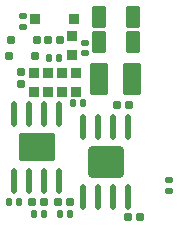
<source format=gbp>
G04*
G04 #@! TF.GenerationSoftware,Altium Limited,Altium Designer,22.11.1 (43)*
G04*
G04 Layer_Color=128*
%FSLAX25Y25*%
%MOIN*%
G70*
G04*
G04 #@! TF.SameCoordinates,683A0FC4-7175-4C87-8096-D6AA43BD3DFC*
G04*
G04*
G04 #@! TF.FilePolarity,Positive*
G04*
G01*
G75*
G04:AMPARAMS|DCode=26|XSize=35.83mil|YSize=33.47mil|CornerRadius=3.35mil|HoleSize=0mil|Usage=FLASHONLY|Rotation=0.000|XOffset=0mil|YOffset=0mil|HoleType=Round|Shape=RoundedRectangle|*
%AMROUNDEDRECTD26*
21,1,0.03583,0.02677,0,0,0.0*
21,1,0.02913,0.03347,0,0,0.0*
1,1,0.00669,0.01457,-0.01339*
1,1,0.00669,-0.01457,-0.01339*
1,1,0.00669,-0.01457,0.01339*
1,1,0.00669,0.01457,0.01339*
%
%ADD26ROUNDEDRECTD26*%
G04:AMPARAMS|DCode=28|XSize=70.87mil|YSize=45.28mil|CornerRadius=4.53mil|HoleSize=0mil|Usage=FLASHONLY|Rotation=90.000|XOffset=0mil|YOffset=0mil|HoleType=Round|Shape=RoundedRectangle|*
%AMROUNDEDRECTD28*
21,1,0.07087,0.03622,0,0,90.0*
21,1,0.06181,0.04528,0,0,90.0*
1,1,0.00906,0.01811,0.03091*
1,1,0.00906,0.01811,-0.03091*
1,1,0.00906,-0.01811,-0.03091*
1,1,0.00906,-0.01811,0.03091*
%
%ADD28ROUNDEDRECTD28*%
G04:AMPARAMS|DCode=31|XSize=23.62mil|YSize=23.62mil|CornerRadius=2.36mil|HoleSize=0mil|Usage=FLASHONLY|Rotation=90.000|XOffset=0mil|YOffset=0mil|HoleType=Round|Shape=RoundedRectangle|*
%AMROUNDEDRECTD31*
21,1,0.02362,0.01890,0,0,90.0*
21,1,0.01890,0.02362,0,0,90.0*
1,1,0.00472,0.00945,0.00945*
1,1,0.00472,0.00945,-0.00945*
1,1,0.00472,-0.00945,-0.00945*
1,1,0.00472,-0.00945,0.00945*
%
%ADD31ROUNDEDRECTD31*%
G04:AMPARAMS|DCode=32|XSize=19.68mil|YSize=23.62mil|CornerRadius=1.97mil|HoleSize=0mil|Usage=FLASHONLY|Rotation=0.000|XOffset=0mil|YOffset=0mil|HoleType=Round|Shape=RoundedRectangle|*
%AMROUNDEDRECTD32*
21,1,0.01968,0.01968,0,0,0.0*
21,1,0.01575,0.02362,0,0,0.0*
1,1,0.00394,0.00787,-0.00984*
1,1,0.00394,-0.00787,-0.00984*
1,1,0.00394,-0.00787,0.00984*
1,1,0.00394,0.00787,0.00984*
%
%ADD32ROUNDEDRECTD32*%
G04:AMPARAMS|DCode=33|XSize=19.68mil|YSize=23.62mil|CornerRadius=1.97mil|HoleSize=0mil|Usage=FLASHONLY|Rotation=270.000|XOffset=0mil|YOffset=0mil|HoleType=Round|Shape=RoundedRectangle|*
%AMROUNDEDRECTD33*
21,1,0.01968,0.01968,0,0,270.0*
21,1,0.01575,0.02362,0,0,270.0*
1,1,0.00394,-0.00984,-0.00787*
1,1,0.00394,-0.00984,0.00787*
1,1,0.00394,0.00984,0.00787*
1,1,0.00394,0.00984,-0.00787*
%
%ADD33ROUNDEDRECTD33*%
G04:AMPARAMS|DCode=67|XSize=106.3mil|YSize=62.99mil|CornerRadius=6.3mil|HoleSize=0mil|Usage=FLASHONLY|Rotation=90.000|XOffset=0mil|YOffset=0mil|HoleType=Round|Shape=RoundedRectangle|*
%AMROUNDEDRECTD67*
21,1,0.10630,0.05039,0,0,90.0*
21,1,0.09370,0.06299,0,0,90.0*
1,1,0.01260,0.02520,0.04685*
1,1,0.01260,0.02520,-0.04685*
1,1,0.01260,-0.02520,-0.04685*
1,1,0.01260,-0.02520,0.04685*
%
%ADD67ROUNDEDRECTD67*%
G04:AMPARAMS|DCode=68|XSize=33.47mil|YSize=33.47mil|CornerRadius=3.35mil|HoleSize=0mil|Usage=FLASHONLY|Rotation=270.000|XOffset=0mil|YOffset=0mil|HoleType=Round|Shape=RoundedRectangle|*
%AMROUNDEDRECTD68*
21,1,0.03347,0.02677,0,0,270.0*
21,1,0.02677,0.03347,0,0,270.0*
1,1,0.00669,-0.01339,-0.01339*
1,1,0.00669,-0.01339,0.01339*
1,1,0.00669,0.01339,0.01339*
1,1,0.00669,0.01339,-0.01339*
%
%ADD68ROUNDEDRECTD68*%
G04:AMPARAMS|DCode=69|XSize=23.62mil|YSize=23.62mil|CornerRadius=2.36mil|HoleSize=0mil|Usage=FLASHONLY|Rotation=180.000|XOffset=0mil|YOffset=0mil|HoleType=Round|Shape=RoundedRectangle|*
%AMROUNDEDRECTD69*
21,1,0.02362,0.01890,0,0,180.0*
21,1,0.01890,0.02362,0,0,180.0*
1,1,0.00472,-0.00945,0.00945*
1,1,0.00472,0.00945,0.00945*
1,1,0.00472,0.00945,-0.00945*
1,1,0.00472,-0.00945,-0.00945*
%
%ADD69ROUNDEDRECTD69*%
%ADD70O,0.01968X0.08661*%
G04:AMPARAMS|DCode=71|XSize=122.05mil|YSize=94.49mil|CornerRadius=9.45mil|HoleSize=0mil|Usage=FLASHONLY|Rotation=180.000|XOffset=0mil|YOffset=0mil|HoleType=Round|Shape=RoundedRectangle|*
%AMROUNDEDRECTD71*
21,1,0.12205,0.07559,0,0,180.0*
21,1,0.10315,0.09449,0,0,180.0*
1,1,0.01890,-0.05158,0.03780*
1,1,0.01890,0.05158,0.03780*
1,1,0.01890,0.05158,-0.03780*
1,1,0.01890,-0.05158,-0.03780*
%
%ADD71ROUNDEDRECTD71*%
G04:AMPARAMS|DCode=72|XSize=118.11mil|YSize=104.33mil|CornerRadius=10.43mil|HoleSize=0mil|Usage=FLASHONLY|Rotation=0.000|XOffset=0mil|YOffset=0mil|HoleType=Round|Shape=RoundedRectangle|*
%AMROUNDEDRECTD72*
21,1,0.11811,0.08346,0,0,0.0*
21,1,0.09724,0.10433,0,0,0.0*
1,1,0.02087,0.04862,-0.04173*
1,1,0.02087,-0.04862,-0.04173*
1,1,0.02087,-0.04862,0.04173*
1,1,0.02087,0.04862,0.04173*
%
%ADD72ROUNDEDRECTD72*%
D26*
X29915Y76378D02*
D03*
X16923D02*
D03*
D28*
X49775Y76772D02*
D03*
X38358D02*
D03*
X49775Y68740D02*
D03*
X38358D02*
D03*
D31*
X12402Y54724D02*
D03*
Y58661D02*
D03*
X9055Y69291D02*
D03*
X17717D02*
D03*
X8268Y64043D02*
D03*
X16929D02*
D03*
D32*
X20155Y11417D02*
D03*
X16611D02*
D03*
X29546Y48150D02*
D03*
X33090D02*
D03*
X21549Y63255D02*
D03*
X25092D02*
D03*
X28773Y11417D02*
D03*
X25230D02*
D03*
X8268Y15354D02*
D03*
X11811D02*
D03*
D33*
X33753Y64830D02*
D03*
Y68374D02*
D03*
X12986Y77232D02*
D03*
Y73688D02*
D03*
X61750Y18915D02*
D03*
Y22459D02*
D03*
D67*
X49213Y56299D02*
D03*
X38189D02*
D03*
D68*
X16535Y51976D02*
D03*
Y58196D02*
D03*
X30629Y51976D02*
D03*
Y58196D02*
D03*
X25938Y51976D02*
D03*
Y58196D02*
D03*
X21246Y51976D02*
D03*
Y58196D02*
D03*
X29448Y64220D02*
D03*
Y70441D02*
D03*
D69*
X19958Y15354D02*
D03*
X16021D02*
D03*
X24639D02*
D03*
X28576D02*
D03*
X21352Y69291D02*
D03*
X25289D02*
D03*
X44285Y47677D02*
D03*
X48222D02*
D03*
X52061Y10236D02*
D03*
X48123D02*
D03*
D70*
X25072Y22114D02*
D03*
X20072D02*
D03*
X15072D02*
D03*
X10072D02*
D03*
X25072Y44751D02*
D03*
X20072D02*
D03*
X15072D02*
D03*
X10072D02*
D03*
X48139Y16831D02*
D03*
X43139D02*
D03*
X38139D02*
D03*
X33139D02*
D03*
X48139Y40256D02*
D03*
X43139D02*
D03*
X38139D02*
D03*
X33139D02*
D03*
D71*
X17572Y33432D02*
D03*
D72*
X40639Y28543D02*
D03*
M02*

</source>
